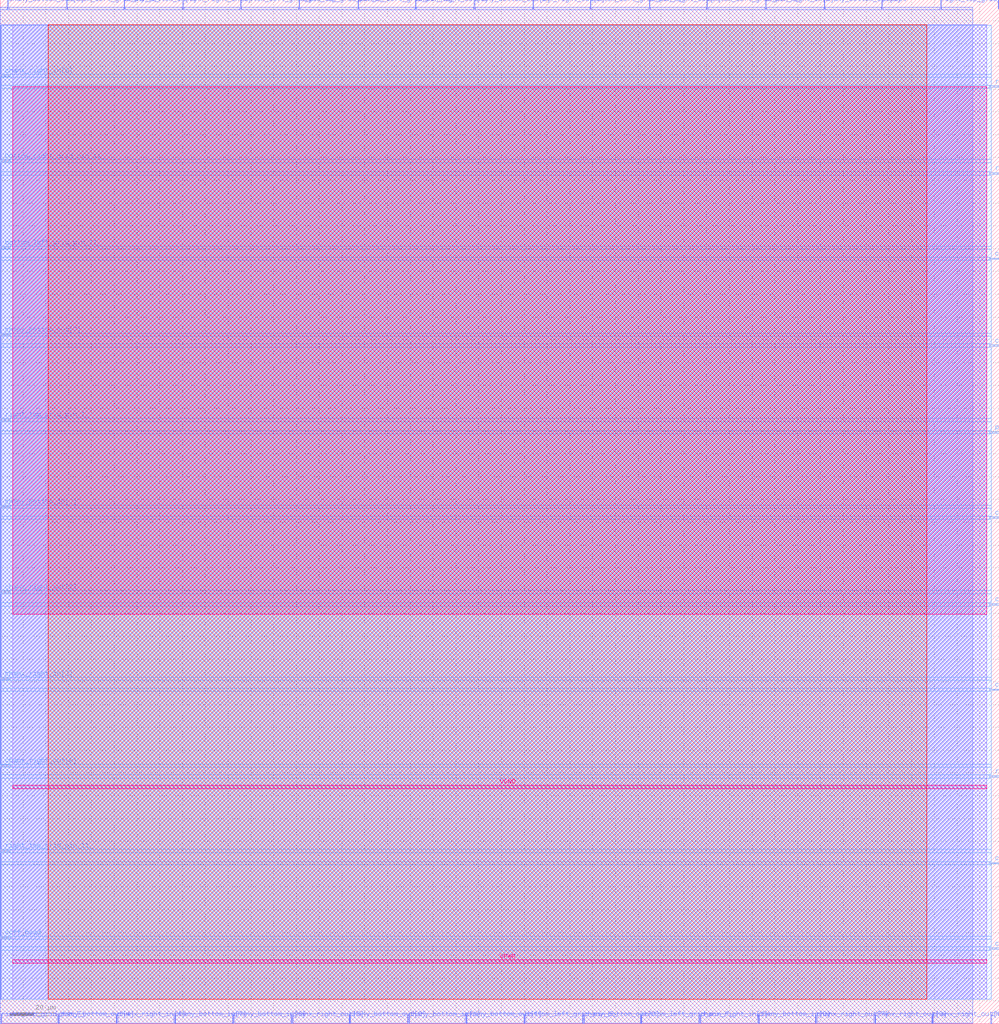
<source format=lef>
VERSION 5.7 ;
  NAMESCASESENSITIVE ON ;
  NOWIREEXTENSIONATPIN ON ;
  DIVIDERCHAR "/" ;
  BUSBITCHARS "[]" ;
UNITS
  DATABASE MICRONS 200 ;
END UNITS

MACRO sb_0__3_
  CLASS BLOCK ;
  FOREIGN sb_0__3_ ;
  ORIGIN 0.000 0.000 ;
  SIZE 438.445 BY 449.165 ;
  PIN bottom_left_grid_pin_11_
    DIRECTION INPUT ;
    PORT
      LAYER met3 ;
        RECT 0.000 340.040 4.000 340.640 ;
    END
  END bottom_left_grid_pin_11_
  PIN bottom_left_grid_pin_13_
    DIRECTION INPUT ;
    PORT
      LAYER met2 ;
        RECT 156.950 445.165 157.230 449.165 ;
    END
  END bottom_left_grid_pin_13_
  PIN bottom_left_grid_pin_15_
    DIRECTION INPUT ;
    PORT
      LAYER met2 ;
        RECT 105.430 445.165 105.710 449.165 ;
    END
  END bottom_left_grid_pin_15_
  PIN bottom_left_grid_pin_1_
    DIRECTION INPUT ;
    PORT
      LAYER met2 ;
        RECT 29.070 445.165 29.350 449.165 ;
    END
  END bottom_left_grid_pin_1_
  PIN bottom_left_grid_pin_3_
    DIRECTION INPUT ;
    PORT
      LAYER met2 ;
        RECT 310.130 445.165 310.410 449.165 ;
    END
  END bottom_left_grid_pin_3_
  PIN bottom_left_grid_pin_5_
    DIRECTION INPUT ;
    PORT
      LAYER met2 ;
        RECT 230.090 0.000 230.370 4.000 ;
    END
  END bottom_left_grid_pin_5_
  PIN bottom_left_grid_pin_7_
    DIRECTION INPUT ;
    PORT
      LAYER met2 ;
        RECT 281.150 0.000 281.430 4.000 ;
    END
  END bottom_left_grid_pin_7_
  PIN bottom_left_grid_pin_9_
    DIRECTION INPUT ;
    PORT
      LAYER met2 ;
        RECT 259.070 445.165 259.350 449.165 ;
    END
  END bottom_left_grid_pin_9_
  PIN bottom_right_grid_pin_11_
    DIRECTION INPUT ;
    PORT
      LAYER met3 ;
        RECT 0.000 378.120 4.000 378.720 ;
    END
  END bottom_right_grid_pin_11_
  PIN ccff_head
    DIRECTION INPUT ;
    PORT
      LAYER met3 ;
        RECT 0.000 37.440 4.000 38.040 ;
    END
  END ccff_head
  PIN ccff_tail
    DIRECTION OUTPUT TRISTATE ;
    PORT
      LAYER met3 ;
        RECT 434.445 183.640 438.445 184.240 ;
    END
  END ccff_tail
  PIN chanx_right_in[0]
    DIRECTION INPUT ;
    PORT
      LAYER met2 ;
        RECT 80.130 445.165 80.410 449.165 ;
    END
  END chanx_right_in[0]
  PIN chanx_right_in[1]
    DIRECTION INPUT ;
    PORT
      LAYER met2 ;
        RECT 306.910 0.000 307.190 4.000 ;
    END
  END chanx_right_in[1]
  PIN chanx_right_in[2]
    DIRECTION INPUT ;
    PORT
      LAYER met3 ;
        RECT 0.000 151.000 4.000 151.600 ;
    END
  END chanx_right_in[2]
  PIN chanx_right_in[3]
    DIRECTION INPUT ;
    PORT
      LAYER met2 ;
        RECT 335.890 445.165 336.170 449.165 ;
    END
  END chanx_right_in[3]
  PIN chanx_right_in[4]
    DIRECTION INPUT ;
    PORT
      LAYER met2 ;
        RECT 51.150 0.000 51.430 4.000 ;
    END
  END chanx_right_in[4]
  PIN chanx_right_in[5]
    DIRECTION INPUT ;
    PORT
      LAYER met2 ;
        RECT 434.790 0.000 435.070 4.000 ;
    END
  END chanx_right_in[5]
  PIN chanx_right_in[6]
    DIRECTION INPUT ;
    PORT
      LAYER met3 ;
        RECT 0.000 415.520 4.000 416.120 ;
    END
  END chanx_right_in[6]
  PIN chanx_right_in[7]
    DIRECTION INPUT ;
    PORT
      LAYER met3 ;
        RECT 434.445 70.080 438.445 70.680 ;
    END
  END chanx_right_in[7]
  PIN chanx_right_in[8]
    DIRECTION INPUT ;
    PORT
      LAYER met3 ;
        RECT 434.445 297.200 438.445 297.800 ;
    END
  END chanx_right_in[8]
  PIN chanx_right_out[0]
    DIRECTION OUTPUT TRISTATE ;
    PORT
      LAYER met2 ;
        RECT 409.030 0.000 409.310 4.000 ;
    END
  END chanx_right_out[0]
  PIN chanx_right_out[1]
    DIRECTION OUTPUT TRISTATE ;
    PORT
      LAYER met2 ;
        RECT 182.250 445.165 182.530 449.165 ;
    END
  END chanx_right_out[1]
  PIN chanx_right_out[2]
    DIRECTION OUTPUT TRISTATE ;
    PORT
      LAYER met3 ;
        RECT 0.000 189.080 4.000 189.680 ;
    END
  END chanx_right_out[2]
  PIN chanx_right_out[3]
    DIRECTION OUTPUT TRISTATE ;
    PORT
      LAYER met2 ;
        RECT 383.730 0.000 384.010 4.000 ;
    END
  END chanx_right_out[3]
  PIN chanx_right_out[4]
    DIRECTION OUTPUT TRISTATE ;
    PORT
      LAYER met2 ;
        RECT 284.830 445.165 285.110 449.165 ;
    END
  END chanx_right_out[4]
  PIN chanx_right_out[5]
    DIRECTION OUTPUT TRISTATE ;
    PORT
      LAYER met2 ;
        RECT 127.970 0.000 128.250 4.000 ;
    END
  END chanx_right_out[5]
  PIN chanx_right_out[6]
    DIRECTION OUTPUT TRISTATE ;
    PORT
      LAYER met2 ;
        RECT 233.770 445.165 234.050 449.165 ;
    END
  END chanx_right_out[6]
  PIN chanx_right_out[7]
    DIRECTION OUTPUT TRISTATE ;
    PORT
      LAYER met2 ;
        RECT 357.970 0.000 358.250 4.000 ;
    END
  END chanx_right_out[7]
  PIN chanx_right_out[8]
    DIRECTION OUTPUT TRISTATE ;
    PORT
      LAYER met3 ;
        RECT 0.000 112.920 4.000 113.520 ;
    END
  END chanx_right_out[8]
  PIN chany_bottom_in[0]
    DIRECTION INPUT ;
    PORT
      LAYER met2 ;
        RECT 54.370 445.165 54.650 449.165 ;
    END
  END chany_bottom_in[0]
  PIN chany_bottom_in[1]
    DIRECTION INPUT ;
    PORT
      LAYER met2 ;
        RECT 179.030 0.000 179.310 4.000 ;
    END
  END chany_bottom_in[1]
  PIN chany_bottom_in[2]
    DIRECTION INPUT ;
    PORT
      LAYER met3 ;
        RECT 434.445 221.720 438.445 222.320 ;
    END
  END chany_bottom_in[2]
  PIN chany_bottom_in[3]
    DIRECTION INPUT ;
    PORT
      LAYER met3 ;
        RECT 0.000 226.480 4.000 227.080 ;
    END
  END chany_bottom_in[3]
  PIN chany_bottom_in[4]
    DIRECTION INPUT ;
    PORT
      LAYER met3 ;
        RECT 434.445 335.280 438.445 335.880 ;
    END
  END chany_bottom_in[4]
  PIN chany_bottom_in[5]
    DIRECTION INPUT ;
    PORT
      LAYER met3 ;
        RECT 434.445 32.680 438.445 33.280 ;
    END
  END chany_bottom_in[5]
  PIN chany_bottom_in[6]
    DIRECTION INPUT ;
    PORT
      LAYER met2 ;
        RECT 102.210 0.000 102.490 4.000 ;
    END
  END chany_bottom_in[6]
  PIN chany_bottom_in[7]
    DIRECTION INPUT ;
    PORT
      LAYER met2 ;
        RECT 76.450 0.000 76.730 4.000 ;
    END
  END chany_bottom_in[7]
  PIN chany_bottom_in[8]
    DIRECTION INPUT ;
    PORT
      LAYER met2 ;
        RECT 332.670 0.000 332.950 4.000 ;
    END
  END chany_bottom_in[8]
  PIN chany_bottom_out[0]
    DIRECTION OUTPUT TRISTATE ;
    PORT
      LAYER met2 ;
        RECT 255.850 0.000 256.130 4.000 ;
    END
  END chany_bottom_out[0]
  PIN chany_bottom_out[1]
    DIRECTION OUTPUT TRISTATE ;
    PORT
      LAYER met2 ;
        RECT 204.330 0.000 204.610 4.000 ;
    END
  END chany_bottom_out[1]
  PIN chany_bottom_out[2]
    DIRECTION OUTPUT TRISTATE ;
    PORT
      LAYER met2 ;
        RECT 153.270 0.000 153.550 4.000 ;
    END
  END chany_bottom_out[2]
  PIN chany_bottom_out[3]
    DIRECTION OUTPUT TRISTATE ;
    PORT
      LAYER met2 ;
        RECT 3.310 445.165 3.590 449.165 ;
    END
  END chany_bottom_out[3]
  PIN chany_bottom_out[4]
    DIRECTION OUTPUT TRISTATE ;
    PORT
      LAYER met2 ;
        RECT 25.390 0.000 25.670 4.000 ;
    END
  END chany_bottom_out[4]
  PIN chany_bottom_out[5]
    DIRECTION OUTPUT TRISTATE ;
    PORT
      LAYER met2 ;
        RECT 361.650 445.165 361.930 449.165 ;
    END
  END chany_bottom_out[5]
  PIN chany_bottom_out[6]
    DIRECTION OUTPUT TRISTATE ;
    PORT
      LAYER met3 ;
        RECT 434.445 146.240 438.445 146.840 ;
    END
  END chany_bottom_out[6]
  PIN chany_bottom_out[7]
    DIRECTION OUTPUT TRISTATE ;
    PORT
      LAYER met3 ;
        RECT 0.000 301.960 4.000 302.560 ;
    END
  END chany_bottom_out[7]
  PIN chany_bottom_out[8]
    DIRECTION OUTPUT TRISTATE ;
    PORT
      LAYER met2 ;
        RECT 208.010 445.165 208.290 449.165 ;
    END
  END chany_bottom_out[8]
  PIN pReset
    DIRECTION INPUT ;
    PORT
      LAYER met2 ;
        RECT 386.950 445.165 387.230 449.165 ;
    END
  END pReset
  PIN prog_clk
    DIRECTION INPUT ;
    PORT
      LAYER met3 ;
        RECT 434.445 259.120 438.445 259.720 ;
    END
  END prog_clk
  PIN right_bottom_grid_pin_12_
    DIRECTION INPUT ;
    PORT
      LAYER met3 ;
        RECT 434.445 108.160 438.445 108.760 ;
    END
  END right_bottom_grid_pin_12_
  PIN right_top_grid_pin_11_
    DIRECTION INPUT ;
    PORT
      LAYER met3 ;
        RECT 0.000 75.520 4.000 76.120 ;
    END
  END right_top_grid_pin_11_
  PIN right_top_grid_pin_13_
    DIRECTION INPUT ;
    PORT
      LAYER met2 ;
        RECT 412.710 445.165 412.990 449.165 ;
    END
  END right_top_grid_pin_13_
  PIN right_top_grid_pin_15_
    DIRECTION INPUT ;
    PORT
      LAYER met2 ;
        RECT 438.010 445.165 438.290 449.165 ;
    END
  END right_top_grid_pin_15_
  PIN right_top_grid_pin_1_
    DIRECTION INPUT ;
    PORT
      LAYER met3 ;
        RECT 0.000 264.560 4.000 265.160 ;
    END
  END right_top_grid_pin_1_
  PIN right_top_grid_pin_3_
    DIRECTION INPUT ;
    PORT
      LAYER met2 ;
        RECT 131.190 445.165 131.470 449.165 ;
    END
  END right_top_grid_pin_3_
  PIN right_top_grid_pin_5_
    DIRECTION INPUT ;
    PORT
      LAYER met3 ;
        RECT 434.445 410.760 438.445 411.360 ;
    END
  END right_top_grid_pin_5_
  PIN right_top_grid_pin_7_
    DIRECTION INPUT ;
    PORT
      LAYER met2 ;
        RECT 0.090 0.000 0.370 4.000 ;
    END
  END right_top_grid_pin_7_
  PIN right_top_grid_pin_9_
    DIRECTION INPUT ;
    PORT
      LAYER met3 ;
        RECT 434.445 372.680 438.445 373.280 ;
    END
  END right_top_grid_pin_9_
  PIN VPWR
    DIRECTION INPUT ;
    USE POWER ;
    PORT
      LAYER met5 ;
        RECT 5.520 26.490 432.860 28.090 ;
    END
  END VPWR
  PIN VGND
    DIRECTION INPUT ;
    USE GROUND ;
    PORT
      LAYER met5 ;
        RECT 5.520 103.080 432.860 104.680 ;
    END
  END VGND
  OBS
      LAYER li1 ;
        RECT 5.520 10.795 432.860 438.005 ;
      LAYER met1 ;
        RECT 0.530 10.640 432.860 438.160 ;
      LAYER met2 ;
        RECT 0.090 444.885 3.030 445.810 ;
        RECT 3.870 444.885 28.790 445.810 ;
        RECT 29.630 444.885 54.090 445.810 ;
        RECT 54.930 444.885 79.850 445.810 ;
        RECT 80.690 444.885 105.150 445.810 ;
        RECT 105.990 444.885 130.910 445.810 ;
        RECT 131.750 444.885 156.670 445.810 ;
        RECT 157.510 444.885 181.970 445.810 ;
        RECT 182.810 444.885 207.730 445.810 ;
        RECT 208.570 444.885 233.490 445.810 ;
        RECT 234.330 444.885 258.790 445.810 ;
        RECT 259.630 444.885 284.550 445.810 ;
        RECT 285.390 444.885 309.850 445.810 ;
        RECT 310.690 444.885 335.610 445.810 ;
        RECT 336.450 444.885 361.370 445.810 ;
        RECT 362.210 444.885 386.670 445.810 ;
        RECT 387.510 444.885 412.430 445.810 ;
        RECT 413.270 444.885 426.790 445.810 ;
        RECT 0.090 4.280 426.790 444.885 ;
        RECT 0.650 0.270 25.110 4.280 ;
        RECT 25.950 0.270 50.870 4.280 ;
        RECT 51.710 0.270 76.170 4.280 ;
        RECT 77.010 0.270 101.930 4.280 ;
        RECT 102.770 0.270 127.690 4.280 ;
        RECT 128.530 0.270 152.990 4.280 ;
        RECT 153.830 0.270 178.750 4.280 ;
        RECT 179.590 0.270 204.050 4.280 ;
        RECT 204.890 0.270 229.810 4.280 ;
        RECT 230.650 0.270 255.570 4.280 ;
        RECT 256.410 0.270 280.870 4.280 ;
        RECT 281.710 0.270 306.630 4.280 ;
        RECT 307.470 0.270 332.390 4.280 ;
        RECT 333.230 0.270 357.690 4.280 ;
        RECT 358.530 0.270 383.450 4.280 ;
        RECT 384.290 0.270 408.750 4.280 ;
        RECT 409.590 0.270 426.790 4.280 ;
      LAYER met3 ;
        RECT 0.310 416.520 434.850 438.085 ;
        RECT 4.400 415.120 434.850 416.520 ;
        RECT 0.310 411.760 434.850 415.120 ;
        RECT 0.310 410.360 434.045 411.760 ;
        RECT 0.310 379.120 434.850 410.360 ;
        RECT 4.400 377.720 434.850 379.120 ;
        RECT 0.310 373.680 434.850 377.720 ;
        RECT 0.310 372.280 434.045 373.680 ;
        RECT 0.310 341.040 434.850 372.280 ;
        RECT 4.400 339.640 434.850 341.040 ;
        RECT 0.310 336.280 434.850 339.640 ;
        RECT 0.310 334.880 434.045 336.280 ;
        RECT 0.310 302.960 434.850 334.880 ;
        RECT 4.400 301.560 434.850 302.960 ;
        RECT 0.310 298.200 434.850 301.560 ;
        RECT 0.310 296.800 434.045 298.200 ;
        RECT 0.310 265.560 434.850 296.800 ;
        RECT 4.400 264.160 434.850 265.560 ;
        RECT 0.310 260.120 434.850 264.160 ;
        RECT 0.310 258.720 434.045 260.120 ;
        RECT 0.310 227.480 434.850 258.720 ;
        RECT 4.400 226.080 434.850 227.480 ;
        RECT 0.310 222.720 434.850 226.080 ;
        RECT 0.310 221.320 434.045 222.720 ;
        RECT 0.310 190.080 434.850 221.320 ;
        RECT 4.400 188.680 434.850 190.080 ;
        RECT 0.310 184.640 434.850 188.680 ;
        RECT 0.310 183.240 434.045 184.640 ;
        RECT 0.310 152.000 434.850 183.240 ;
        RECT 4.400 150.600 434.850 152.000 ;
        RECT 0.310 147.240 434.850 150.600 ;
        RECT 0.310 145.840 434.045 147.240 ;
        RECT 0.310 113.920 434.850 145.840 ;
        RECT 4.400 112.520 434.850 113.920 ;
        RECT 0.310 109.160 434.850 112.520 ;
        RECT 0.310 107.760 434.045 109.160 ;
        RECT 0.310 76.520 434.850 107.760 ;
        RECT 4.400 75.120 434.850 76.520 ;
        RECT 0.310 71.080 434.850 75.120 ;
        RECT 0.310 69.680 434.045 71.080 ;
        RECT 0.310 38.440 434.850 69.680 ;
        RECT 4.400 37.040 434.850 38.440 ;
        RECT 0.310 33.680 434.850 37.040 ;
        RECT 0.310 32.280 434.045 33.680 ;
        RECT 0.310 10.715 434.850 32.280 ;
      LAYER met4 ;
        RECT 21.040 10.640 406.640 438.160 ;
      LAYER met5 ;
        RECT 5.520 179.670 432.860 411.040 ;
  END
END sb_0__3_
END LIBRARY


</source>
